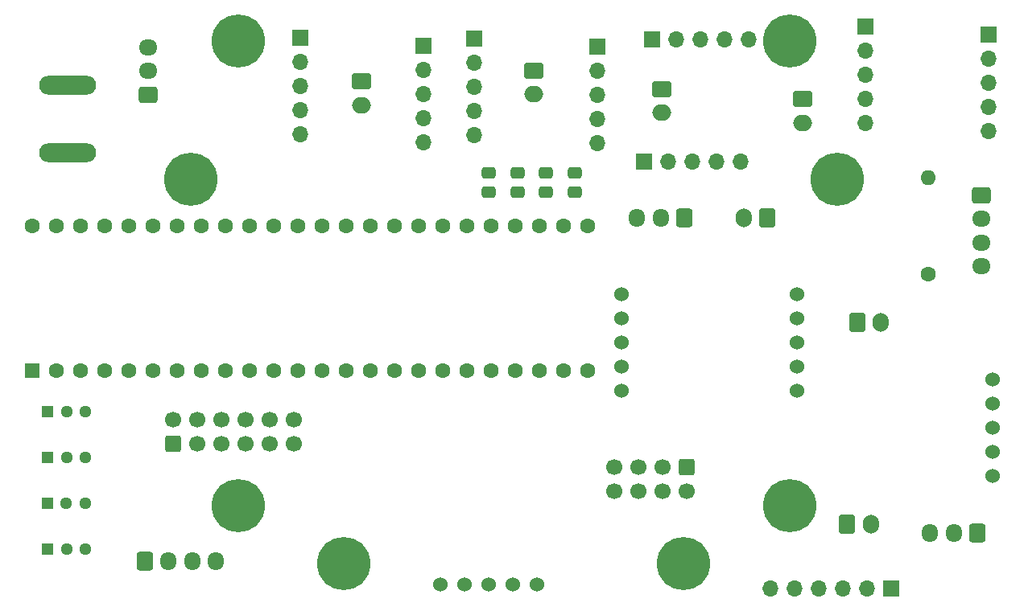
<source format=gts>
%TF.GenerationSoftware,KiCad,Pcbnew,8.0.0-dirty*%
%TF.CreationDate,2024-04-13T23:45:36-04:00*%
%TF.ProjectId,MainPCB,4d61696e-5043-4422-9e6b-696361645f70,rev?*%
%TF.SameCoordinates,Original*%
%TF.FileFunction,Soldermask,Top*%
%TF.FilePolarity,Negative*%
%FSLAX46Y46*%
G04 Gerber Fmt 4.6, Leading zero omitted, Abs format (unit mm)*
G04 Created by KiCad (PCBNEW 8.0.0-dirty) date 2024-04-13 23:45:36*
%MOMM*%
%LPD*%
G01*
G04 APERTURE LIST*
G04 Aperture macros list*
%AMRoundRect*
0 Rectangle with rounded corners*
0 $1 Rounding radius*
0 $2 $3 $4 $5 $6 $7 $8 $9 X,Y pos of 4 corners*
0 Add a 4 corners polygon primitive as box body*
4,1,4,$2,$3,$4,$5,$6,$7,$8,$9,$2,$3,0*
0 Add four circle primitives for the rounded corners*
1,1,$1+$1,$2,$3*
1,1,$1+$1,$4,$5*
1,1,$1+$1,$6,$7*
1,1,$1+$1,$8,$9*
0 Add four rect primitives between the rounded corners*
20,1,$1+$1,$2,$3,$4,$5,0*
20,1,$1+$1,$4,$5,$6,$7,0*
20,1,$1+$1,$6,$7,$8,$9,0*
20,1,$1+$1,$8,$9,$2,$3,0*%
G04 Aperture macros list end*
%ADD10RoundRect,0.250000X-0.600000X-0.725000X0.600000X-0.725000X0.600000X0.725000X-0.600000X0.725000X0*%
%ADD11O,1.700000X1.950000*%
%ADD12C,1.700000*%
%ADD13RoundRect,0.250000X0.600000X-0.600000X0.600000X0.600000X-0.600000X0.600000X-0.600000X-0.600000X0*%
%ADD14C,5.600000*%
%ADD15C,1.524000*%
%ADD16R,1.295400X1.295400*%
%ADD17C,1.295400*%
%ADD18R,1.600000X1.600000*%
%ADD19C,1.600000*%
%ADD20R,1.700000X1.700000*%
%ADD21O,1.700000X1.700000*%
%ADD22RoundRect,0.250000X0.475000X-0.337500X0.475000X0.337500X-0.475000X0.337500X-0.475000X-0.337500X0*%
%ADD23RoundRect,0.250000X-0.600000X-0.750000X0.600000X-0.750000X0.600000X0.750000X-0.600000X0.750000X0*%
%ADD24O,1.700000X2.000000*%
%ADD25RoundRect,0.250000X-0.600000X0.600000X-0.600000X-0.600000X0.600000X-0.600000X0.600000X0.600000X0*%
%ADD26RoundRect,0.250000X0.600000X0.725000X-0.600000X0.725000X-0.600000X-0.725000X0.600000X-0.725000X0*%
%ADD27RoundRect,0.250000X0.725000X-0.600000X0.725000X0.600000X-0.725000X0.600000X-0.725000X-0.600000X0*%
%ADD28O,1.950000X1.700000*%
%ADD29RoundRect,0.250000X-0.725000X0.600000X-0.725000X-0.600000X0.725000X-0.600000X0.725000X0.600000X0*%
%ADD30O,6.000000X2.000000*%
%ADD31RoundRect,0.250000X-0.750000X0.600000X-0.750000X-0.600000X0.750000X-0.600000X0.750000X0.600000X0*%
%ADD32O,2.000000X1.700000*%
%ADD33O,1.600000X1.600000*%
%ADD34RoundRect,0.250000X0.600000X0.750000X-0.600000X0.750000X-0.600000X-0.750000X0.600000X-0.750000X0*%
G04 APERTURE END LIST*
D10*
%TO.C,J1*%
X101400000Y-121550000D03*
D11*
X103900000Y-121550000D03*
X106400000Y-121550000D03*
X108900000Y-121550000D03*
%TD*%
D12*
%TO.C,J8*%
X117080000Y-106600000D03*
X117080000Y-109140000D03*
X114540000Y-106600000D03*
X114540000Y-109140000D03*
X112000000Y-106600000D03*
X112000000Y-109140000D03*
X109460000Y-106600000D03*
X109460000Y-109140000D03*
X106920000Y-106600000D03*
X106920000Y-109140000D03*
X104380000Y-106600000D03*
D13*
X104380000Y-109140000D03*
%TD*%
D14*
%TO.C,H8*%
X169230000Y-115731900D03*
%TD*%
%TO.C,H7*%
X111230000Y-115731900D03*
%TD*%
%TO.C,H6*%
X111230000Y-66731900D03*
%TD*%
%TO.C,H5*%
X169230000Y-66731900D03*
%TD*%
D15*
%TO.C,U11*%
X132470000Y-123960000D03*
X135010000Y-123960000D03*
X137550000Y-123960000D03*
X140090000Y-123960000D03*
X142630000Y-123960000D03*
%TD*%
D16*
%TO.C,SW2*%
X91200000Y-110626000D03*
D17*
X93200000Y-110626000D03*
X95200001Y-110626000D03*
%TD*%
D18*
%TO.C,U1*%
X89560000Y-101440000D03*
D19*
X92100000Y-101440000D03*
X94640000Y-101440000D03*
X97180000Y-101440000D03*
X99720000Y-101440000D03*
X102260000Y-101440000D03*
X104800000Y-101440000D03*
X107340000Y-101440000D03*
X109880000Y-101440000D03*
X112420000Y-101440000D03*
X114960000Y-101440000D03*
X117500000Y-101440000D03*
X120040000Y-101440000D03*
X122580000Y-101440000D03*
X125120000Y-101440000D03*
X127660000Y-101440000D03*
X130200000Y-101440000D03*
X132740000Y-101440000D03*
X135280000Y-101440000D03*
X137820000Y-101440000D03*
X140360000Y-101440000D03*
X142900000Y-101440000D03*
X145440000Y-101440000D03*
X147980000Y-101440000D03*
X147980000Y-86200000D03*
X145440000Y-86200000D03*
X142900000Y-86200000D03*
X140360000Y-86200000D03*
X137820000Y-86200000D03*
X135280000Y-86200000D03*
X132740000Y-86200000D03*
X130200000Y-86200000D03*
X127660000Y-86200000D03*
X125120000Y-86200000D03*
X122580000Y-86200000D03*
X120040000Y-86200000D03*
X117500000Y-86200000D03*
X114960000Y-86200000D03*
X112420000Y-86200000D03*
X109880000Y-86200000D03*
X107340000Y-86200000D03*
X104800000Y-86200000D03*
X102260000Y-86200000D03*
X99720000Y-86200000D03*
X97180000Y-86200000D03*
X94640000Y-86200000D03*
X92100000Y-86200000D03*
X89560000Y-86200000D03*
%TD*%
D20*
%TO.C,U5*%
X177207500Y-65233000D03*
D21*
X177207500Y-67773000D03*
X177207500Y-70313000D03*
X177207500Y-72853000D03*
X177207500Y-75393000D03*
D20*
X190141000Y-66087000D03*
D21*
X190141000Y-68627000D03*
X190141000Y-71167000D03*
X190141000Y-73707000D03*
X190141000Y-76247000D03*
%TD*%
D22*
%TO.C,R2*%
X137600000Y-82675000D03*
X137600000Y-80600000D03*
%TD*%
D23*
%TO.C,J4*%
X176350000Y-96383000D03*
D24*
X178850000Y-96383000D03*
%TD*%
D14*
%TO.C,H1*%
X106243500Y-81302900D03*
%TD*%
D22*
%TO.C,R3*%
X140610000Y-82675000D03*
X140610000Y-80600000D03*
%TD*%
%TO.C,R5*%
X146630000Y-82675000D03*
X146630000Y-80600000D03*
%TD*%
D25*
%TO.C,J12*%
X158400000Y-111660000D03*
D12*
X158400000Y-114200000D03*
X155860000Y-111660000D03*
X155860000Y-114200000D03*
X153320000Y-111660000D03*
X153320000Y-114200000D03*
X150780000Y-111660000D03*
X150780000Y-114200000D03*
%TD*%
D20*
%TO.C,U2*%
X136064500Y-66531000D03*
D21*
X136064500Y-69071000D03*
X136064500Y-71611000D03*
X136064500Y-74151000D03*
X136064500Y-76691000D03*
D20*
X148998000Y-67385000D03*
D21*
X148998000Y-69925000D03*
X148998000Y-72465000D03*
X148998000Y-75005000D03*
X148998000Y-77545000D03*
%TD*%
D14*
%TO.C,H4*%
X158086200Y-121806800D03*
%TD*%
D22*
%TO.C,R4*%
X143620000Y-82675000D03*
X143620000Y-80600000D03*
%TD*%
D23*
%TO.C,J10*%
X175300000Y-117600000D03*
D24*
X177800000Y-117600000D03*
%TD*%
D15*
%TO.C,U13*%
X190600000Y-112560000D03*
X190600000Y-110020000D03*
X190600000Y-107480000D03*
X190600000Y-104940000D03*
X190600000Y-102400000D03*
%TD*%
D16*
%TO.C,SW3*%
X91168000Y-115452000D03*
D17*
X93168000Y-115452000D03*
X95168001Y-115452000D03*
%TD*%
D26*
%TO.C,J2*%
X189000000Y-118600000D03*
D11*
X186500000Y-118600000D03*
X184000000Y-118600000D03*
%TD*%
D16*
%TO.C,SW4*%
X91200000Y-120278000D03*
D17*
X93200000Y-120278000D03*
X95200001Y-120278000D03*
%TD*%
D20*
%TO.C,J5*%
X179900000Y-124400000D03*
D21*
X177360000Y-124400000D03*
X174820000Y-124400000D03*
X172280000Y-124400000D03*
X169740000Y-124400000D03*
X167200000Y-124400000D03*
%TD*%
D27*
%TO.C,J6*%
X101750000Y-72400000D03*
D28*
X101750000Y-69900000D03*
X101750000Y-67400000D03*
%TD*%
D16*
%TO.C,SW1*%
X91200000Y-105800000D03*
D17*
X93200000Y-105800000D03*
X95200001Y-105800000D03*
%TD*%
D14*
%TO.C,H2*%
X174216500Y-81302900D03*
%TD*%
%TO.C,H3*%
X122373900Y-121806800D03*
%TD*%
D20*
%TO.C,U4*%
X117800000Y-66400000D03*
D21*
X117800000Y-68940000D03*
X117800000Y-71480000D03*
X117800000Y-74020000D03*
X117800000Y-76560000D03*
D20*
X130733500Y-67254000D03*
D21*
X130733500Y-69794000D03*
X130733500Y-72334000D03*
X130733500Y-74874000D03*
X130733500Y-77414000D03*
%TD*%
D29*
%TO.C,J9*%
X189400000Y-83000000D03*
D28*
X189400000Y-85500000D03*
X189400000Y-88000000D03*
X189400000Y-90500000D03*
%TD*%
D30*
%TO.C,U12*%
X93273000Y-78515000D03*
X93273000Y-71415000D03*
%TD*%
D15*
%TO.C,U10*%
X151570000Y-93400000D03*
X151570000Y-95940000D03*
X151570000Y-98480000D03*
X151570000Y-101020000D03*
X151570000Y-103560000D03*
X170030000Y-93400000D03*
X170030000Y-98480000D03*
X170030000Y-103560000D03*
X170030000Y-95940000D03*
X170030000Y-101020000D03*
%TD*%
D31*
%TO.C,M4*%
X170585000Y-72890000D03*
D32*
X170585000Y-75390000D03*
%TD*%
D19*
%TO.C,R1*%
X183800000Y-91280000D03*
D33*
X183800000Y-81120000D03*
%TD*%
D20*
%TO.C,U3*%
X153885500Y-79479500D03*
D21*
X156425500Y-79479500D03*
X158965500Y-79479500D03*
X161505500Y-79479500D03*
X164045500Y-79479500D03*
D20*
X154739500Y-66546000D03*
D21*
X157279500Y-66546000D03*
X159819500Y-66546000D03*
X162359500Y-66546000D03*
X164899500Y-66546000D03*
%TD*%
D26*
%TO.C,U6*%
X158200000Y-85400000D03*
D11*
X155700000Y-85400000D03*
X153200000Y-85400000D03*
%TD*%
D31*
%TO.C,M1*%
X142305000Y-69884100D03*
D32*
X142305000Y-72384100D03*
%TD*%
D31*
%TO.C,M3*%
X124200000Y-71000000D03*
D32*
X124200000Y-73500000D03*
%TD*%
D34*
%TO.C,D1*%
X166900000Y-85400000D03*
D24*
X164400000Y-85400000D03*
%TD*%
D31*
%TO.C,M2*%
X155800000Y-71825000D03*
D32*
X155800000Y-74325000D03*
%TD*%
M02*

</source>
